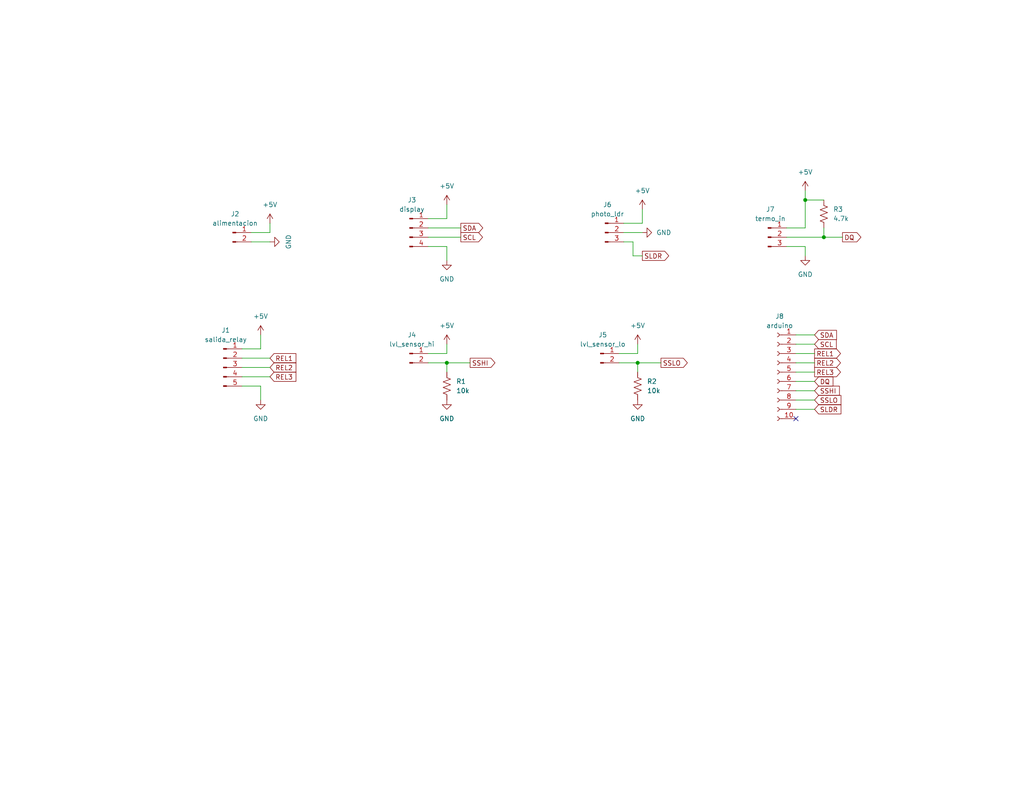
<source format=kicad_sch>
(kicad_sch (version 20211123) (generator eeschema)
  (paper "USLetter")
  (title_block (title "Tarjeta de control pecera") (date "2022-06-04") (rev "0") (company "ITM"))
  (lib_symbols
    (symbol "Connector:Conn_01x02_Male" (pin_names (offset 1.016) hide)
      (property "Reference" "J" (at 0 2.54 0))
      (property "Value" "Conn_01x02_Male" (at 0 -5.08 0))
      (symbol "Conn_01x02_Male_1_1"
        (polyline (pts (xy 1.27 -2.54) (xy 0.8636 -2.54)) (stroke (width 0.1524)))
        (polyline (pts (xy 1.27 0) (xy 0.8636 0)) (stroke (width 0.1524)))
        (rectangle (start 0.8636 -2.413) (end 0 -2.667) (stroke (width 0.1524)) (fill (type outline)))
        (rectangle (start 0.8636 0.127) (end 0 -0.127) (stroke (width 0.1524)) (fill (type outline)))
        (pin passive line (at 5.08 0 180) (length 3.81) (name "Pin_1") (number "1"))
        (pin passive line (at 5.08 -2.54 180) (length 3.81) (name "Pin_2") (number "2"))
      )
    )
    (symbol "Connector:Conn_01x03_Male" (pin_names (offset 1.016) hide)
      (property "Reference" "J" (at 0 5.08 0))
      (property "Value" "Conn_01x03_Male" (at 0 -5.08 0))
      (symbol "Conn_01x03_Male_1_1"
        (polyline (pts (xy 1.27 -2.54) (xy 0.8636 -2.54)) (stroke (width 0.1524)))
        (polyline (pts (xy 1.27 0) (xy 0.8636 0)) (stroke (width 0.1524)))
        (polyline (pts (xy 1.27 2.54) (xy 0.8636 2.54)) (stroke (width 0.1524)))
        (rectangle (start 0.8636 -2.413) (end 0 -2.667) (stroke (width 0.1524)) (fill (type outline)))
        (rectangle (start 0.8636 0.127) (end 0 -0.127) (stroke (width 0.1524)) (fill (type outline)))
        (rectangle (start 0.8636 2.667) (end 0 2.413) (stroke (width 0.1524)) (fill (type outline)))
        (pin passive line (at 5.08 2.54 180) (length 3.81) (name "Pin_1") (number "1"))
        (pin passive line (at 5.08 0 180) (length 3.81) (name "Pin_2") (number "2"))
        (pin passive line (at 5.08 -2.54 180) (length 3.81) (name "Pin_3") (number "3"))
      )
    )
    (symbol "Connector:Conn_01x04_Male" (pin_names (offset 1.016) hide)
      (property "Reference" "J" (at 0 5.08 0))
      (property "Value" "Conn_01x04_Male" (at 0 -7.62 0))
      (symbol "Conn_01x04_Male_1_1"
        (polyline (pts (xy 1.27 -5.08) (xy 0.8636 -5.08)) (stroke (width 0.1524)))
        (polyline (pts (xy 1.27 -2.54) (xy 0.8636 -2.54)) (stroke (width 0.1524)))
        (polyline (pts (xy 1.27 0) (xy 0.8636 0)) (stroke (width 0.1524)))
        (polyline (pts (xy 1.27 2.54) (xy 0.8636 2.54)) (stroke (width 0.1524)))
        (rectangle (start 0.8636 -4.953) (end 0 -5.207) (stroke (width 0.1524)) (fill (type outline)))
        (rectangle (start 0.8636 -2.413) (end 0 -2.667) (stroke (width 0.1524)) (fill (type outline)))
        (rectangle (start 0.8636 0.127) (end 0 -0.127) (stroke (width 0.1524)) (fill (type outline)))
        (rectangle (start 0.8636 2.667) (end 0 2.413) (stroke (width 0.1524)) (fill (type outline)))
        (pin passive line (at 5.08 2.54 180) (length 3.81) (name "Pin_1") (number "1"))
        (pin passive line (at 5.08 0 180) (length 3.81) (name "Pin_2") (number "2"))
        (pin passive line (at 5.08 -2.54 180) (length 3.81) (name "Pin_3") (number "3"))
        (pin passive line (at 5.08 -5.08 180) (length 3.81) (name "Pin_4") (number "4"))
      )
    )
    (symbol "Connector:Conn_01x05_Male" (pin_names (offset 1.016) hide)
      (property "Reference" "J" (at 0 7.62 0))
      (property "Value" "Conn_01x05_Male" (at 0 -7.62 0))
      (symbol "Conn_01x05_Male_1_1"
        (polyline (pts (xy 1.27 -5.08) (xy 0.8636 -5.08)) (stroke (width 0.1524)))
        (polyline (pts (xy 1.27 -2.54) (xy 0.8636 -2.54)) (stroke (width 0.1524)))
        (polyline (pts (xy 1.27 0) (xy 0.8636 0)) (stroke (width 0.1524)))
        (polyline (pts (xy 1.27 2.54) (xy 0.8636 2.54)) (stroke (width 0.1524)))
        (polyline (pts (xy 1.27 5.08) (xy 0.8636 5.08)) (stroke (width 0.1524)))
        (rectangle (start 0.8636 -4.953) (end 0 -5.207) (stroke (width 0.1524)) (fill (type outline)))
        (rectangle (start 0.8636 -2.413) (end 0 -2.667) (stroke (width 0.1524)) (fill (type outline)))
        (rectangle (start 0.8636 0.127) (end 0 -0.127) (stroke (width 0.1524)) (fill (type outline)))
        (rectangle (start 0.8636 2.667) (end 0 2.413) (stroke (width 0.1524)) (fill (type outline)))
        (rectangle (start 0.8636 5.207) (end 0 4.953) (stroke (width 0.1524)) (fill (type outline)))
        (pin passive line (at 5.08 5.08 180) (length 3.81) (name "Pin_1") (number "1"))
        (pin passive line (at 5.08 2.54 180) (length 3.81) (name "Pin_2") (number "2"))
        (pin passive line (at 5.08 0 180) (length 3.81) (name "Pin_3") (number "3"))
        (pin passive line (at 5.08 -2.54 180) (length 3.81) (name "Pin_4") (number "4"))
        (pin passive line (at 5.08 -5.08 180) (length 3.81) (name "Pin_5") (number "5"))
      )
    )
    (symbol "Connector:Conn_01x10_Female" (pin_names (offset 1.016) hide)
      (property "Reference" "J" (at 0 12.7 0))
      (property "Value" "Conn_01x10_Female" (at 0 -15.24 0))
      (symbol "Conn_01x10_Female_1_1"
        (arc (start 0 -12.192) (mid -0.508 -12.7) (end 0 -13.208) (stroke (width 0.1524)))
        (arc (start 0 -9.652) (mid -0.508 -10.16) (end 0 -10.668) (stroke (width 0.1524)))
        (arc (start 0 -7.112) (mid -0.508 -7.62) (end 0 -8.128) (stroke (width 0.1524)))
        (arc (start 0 -4.572) (mid -0.508 -5.08) (end 0 -5.588) (stroke (width 0.1524)))
        (arc (start 0 -2.032) (mid -0.508 -2.54) (end 0 -3.048) (stroke (width 0.1524)))
        (polyline (pts (xy -1.27 -12.7) (xy -0.508 -12.7)) (stroke (width 0.1524)))
        (polyline (pts (xy -1.27 -10.16) (xy -0.508 -10.16)) (stroke (width 0.1524)))
        (polyline (pts (xy -1.27 -7.62) (xy -0.508 -7.62)) (stroke (width 0.1524)))
        (polyline (pts (xy -1.27 -5.08) (xy -0.508 -5.08)) (stroke (width 0.1524)))
        (polyline (pts (xy -1.27 -2.54) (xy -0.508 -2.54)) (stroke (width 0.1524)))
        (polyline (pts (xy -1.27 0) (xy -0.508 0)) (stroke (width 0.1524)))
        (polyline (pts (xy -1.27 2.54) (xy -0.508 2.54)) (stroke (width 0.1524)))
        (polyline (pts (xy -1.27 5.08) (xy -0.508 5.08)) (stroke (width 0.1524)))
        (polyline (pts (xy -1.27 7.62) (xy -0.508 7.62)) (stroke (width 0.1524)))
        (polyline (pts (xy -1.27 10.16) (xy -0.508 10.16)) (stroke (width 0.1524)))
        (arc (start 0 0.508) (mid -0.508 0) (end 0 -0.508) (stroke (width 0.1524)))
        (arc (start 0 3.048) (mid -0.508 2.54) (end 0 2.032) (stroke (width 0.1524)))
        (arc (start 0 5.588) (mid -0.508 5.08) (end 0 4.572) (stroke (width 0.1524)))
        (arc (start 0 8.128) (mid -0.508 7.62) (end 0 7.112) (stroke (width 0.1524)))
        (arc (start 0 10.668) (mid -0.508 10.16) (end 0 9.652) (stroke (width 0.1524)))
        (pin passive line (at -5.08 10.16 0) (length 3.81) (name "Pin_1") (number "1"))
        (pin passive line (at -5.08 -12.7 0) (length 3.81) (name "Pin_10") (number "10"))
        (pin passive line (at -5.08 7.62 0) (length 3.81) (name "Pin_2") (number "2"))
        (pin passive line (at -5.08 5.08 0) (length 3.81) (name "Pin_3") (number "3"))
        (pin passive line (at -5.08 2.54 0) (length 3.81) (name "Pin_4") (number "4"))
        (pin passive line (at -5.08 0 0) (length 3.81) (name "Pin_5") (number "5"))
        (pin passive line (at -5.08 -2.54 0) (length 3.81) (name "Pin_6") (number "6"))
        (pin passive line (at -5.08 -5.08 0) (length 3.81) (name "Pin_7") (number "7"))
        (pin passive line (at -5.08 -7.62 0) (length 3.81) (name "Pin_8") (number "8"))
        (pin passive line (at -5.08 -10.16 0) (length 3.81) (name "Pin_9") (number "9"))
      )
    )
    (symbol "Device:R_US" (pin_numbers hide) (pin_names (offset 0))
      (property "Reference" "R" (at 2.54 0 90))
      (property "Value" "R_US" (at -2.54 0 90))
      (symbol "R_US_0_1"
        (polyline (pts (xy 0 -2.286) (xy 0 -2.54)))
        (polyline (pts (xy 0 2.286) (xy 0 2.54)))
        (polyline (pts (xy 0 -0.762) (xy 1.016 -1.143) (xy 0 -1.524) (xy -1.016 -1.905) (xy 0 -2.286)))
        (polyline (pts (xy 0 0.762) (xy 1.016 0.381) (xy 0 0) (xy -1.016 -0.381) (xy 0 -0.762)))
        (polyline (pts (xy 0 2.286) (xy 1.016 1.905) (xy 0 1.524) (xy -1.016 1.143) (xy 0 0.762)))
      )
      (symbol "R_US_1_1"
        (pin passive line (at 0 3.81 270) (length 1.27) (name "~") (number "1"))
        (pin passive line (at 0 -3.81 90) (length 1.27) (name "~") (number "2"))
      )
    )
    (symbol "power:+5V" (power) (pin_names (offset 0))
      (property "Value" "+5V" (at 0 3.556 0))
      (symbol "+5V_0_1"
        (polyline (pts (xy -0.762 1.27) (xy 0 2.54)))
        (polyline (pts (xy 0 0) (xy 0 2.54)))
        (polyline (pts (xy 0 2.54) (xy 0.762 1.27)))
      )
      (symbol "+5V_1_1"
        (pin power_in line (at 0 0 90) (length 0) hide (name "+5V") (number "1"))
      )
    )
    (symbol "power:GND" (power) (pin_names (offset 0))
      (property "Value" "GND" (at 0 -3.81 0))
      (symbol "GND_0_1"
        (polyline (pts (xy 0 0) (xy 0 -1.27) (xy 1.27 -1.27) (xy 0 -2.54) (xy -1.27 -1.27) (xy 0 -1.27)))
      )
      (symbol "GND_1_1"
        (pin power_in line (at 0 0 270) (length 0) hide (name "GND") (number "1"))
      )
    )
  )
  (junction (at 219.71 54.61))
  (junction (at 173.99 99.06))
  (junction (at 224.79 64.77))
  (junction (at 121.92 99.06))
  (no_connect (at 217.17 114.3))
  (wire (pts (xy 121.92 99.06) (xy 128.27 99.06)))
  (wire (pts (xy 217.17 104.14) (xy 222.25 104.14)))
  (wire (pts (xy 217.17 93.98) (xy 222.25 93.98)))
  (wire (pts (xy 172.72 66.04) (xy 172.72 69.85)))
  (wire (pts (xy 121.92 55.88) (xy 121.92 59.69)))
  (wire (pts (xy 116.84 99.06) (xy 121.92 99.06)))
  (wire (pts (xy 214.63 62.23) (xy 219.71 62.23)))
  (wire (pts (xy 173.99 96.52) (xy 173.99 93.98)))
  (wire (pts (xy 121.92 99.06) (xy 121.92 101.6)))
  (wire (pts (xy 217.17 91.44) (xy 222.25 91.44)))
  (wire (pts (xy 68.58 63.5) (xy 73.66 63.5)))
  (wire (pts (xy 214.63 64.77) (xy 224.79 64.77)))
  (wire (pts (xy 66.04 100.33) (xy 73.66 100.33)))
  (wire (pts (xy 219.71 67.31) (xy 219.71 69.85)))
  (wire (pts (xy 170.18 63.5) (xy 175.26 63.5)))
  (wire (pts (xy 217.17 96.52) (xy 222.25 96.52)))
  (wire (pts (xy 224.79 64.77) (xy 229.87 64.77)))
  (wire (pts (xy 224.79 62.23) (xy 224.79 64.77)))
  (wire (pts (xy 68.58 66.04) (xy 73.66 66.04)))
  (wire (pts (xy 175.26 60.96) (xy 175.26 57.15)))
  (wire (pts (xy 66.04 97.79) (xy 73.66 97.79)))
  (wire (pts (xy 116.84 96.52) (xy 121.92 96.52)))
  (wire (pts (xy 121.92 67.31) (xy 116.84 67.31)))
  (wire (pts (xy 217.17 99.06) (xy 222.25 99.06)))
  (wire (pts (xy 73.66 63.5) (xy 73.66 60.96)))
  (wire (pts (xy 168.91 99.06) (xy 173.99 99.06)))
  (wire (pts (xy 217.17 101.6) (xy 222.25 101.6)))
  (wire (pts (xy 66.04 102.87) (xy 73.66 102.87)))
  (wire (pts (xy 168.91 96.52) (xy 173.99 96.52)))
  (wire (pts (xy 217.17 111.76) (xy 222.25 111.76)))
  (wire (pts (xy 121.92 71.12) (xy 121.92 67.31)))
  (wire (pts (xy 214.63 67.31) (xy 219.71 67.31)))
  (wire (pts (xy 121.92 59.69) (xy 116.84 59.69)))
  (wire (pts (xy 170.18 60.96) (xy 175.26 60.96)))
  (wire (pts (xy 116.84 62.23) (xy 125.73 62.23)))
  (wire (pts (xy 219.71 54.61) (xy 219.71 62.23)))
  (wire (pts (xy 219.71 54.61) (xy 224.79 54.61)))
  (wire (pts (xy 219.71 52.07) (xy 219.71 54.61)))
  (wire (pts (xy 172.72 69.85) (xy 175.26 69.85)))
  (wire (pts (xy 173.99 99.06) (xy 180.34 99.06)))
  (wire (pts (xy 173.99 99.06) (xy 173.99 101.6)))
  (wire (pts (xy 71.12 105.41) (xy 71.12 109.22)))
  (wire (pts (xy 121.92 96.52) (xy 121.92 93.98)))
  (wire (pts (xy 66.04 105.41) (xy 71.12 105.41)))
  (wire (pts (xy 66.04 95.25) (xy 71.12 95.25)))
  (wire (pts (xy 71.12 95.25) (xy 71.12 91.44)))
  (wire (pts (xy 217.17 109.22) (xy 222.25 109.22)))
  (wire (pts (xy 217.17 106.68) (xy 222.25 106.68)))
  (wire (pts (xy 170.18 66.04) (xy 172.72 66.04)))
  (wire (pts (xy 116.84 64.77) (xy 125.73 64.77)))
  (global_label "SDA" (shape input) (at 222.25 91.44 0) (property "Intersheet References" "${INTERSHEET_REFS}" (effects hide)))
  (global_label "REL1" (shape output) (at 222.25 96.52 0) (property "Intersheet References" "${INTERSHEET_REFS}" (effects hide)))
  (global_label "SDA" (shape output) (at 125.73 62.23 0) (property "Intersheet References" "${INTERSHEET_REFS}" (effects hide)))
  (global_label "SSLO" (shape output) (at 180.34 99.06 0) (property "Intersheet References" "${INTERSHEET_REFS}" (effects hide)))
  (global_label "SSLO" (shape input) (at 222.25 109.22 0) (property "Intersheet References" "${INTERSHEET_REFS}" (effects hide)))
  (global_label "SCL" (shape output) (at 125.73 64.77 0) (property "Intersheet References" "${INTERSHEET_REFS}" (effects hide)))
  (global_label "SLDR" (shape output) (at 175.26 69.85 0) (property "Intersheet References" "${INTERSHEET_REFS}" (effects hide)))
  (global_label "REL2" (shape output) (at 222.25 99.06 0) (property "Intersheet References" "${INTERSHEET_REFS}" (effects hide)))
  (global_label "SSHI" (shape output) (at 128.27 99.06 0) (property "Intersheet References" "${INTERSHEET_REFS}" (effects hide)))
  (global_label "DQ" (shape output) (at 229.87 64.77 0) (property "Intersheet References" "${INTERSHEET_REFS}" (effects hide)))
  (global_label "DQ" (shape input) (at 222.25 104.14 0) (property "Intersheet References" "${INTERSHEET_REFS}" (effects hide)))
  (global_label "REL3" (shape output) (at 222.25 101.6 0) (property "Intersheet References" "${INTERSHEET_REFS}" (effects hide)))
  (global_label "REL2" (shape input) (at 73.66 100.33 0) (property "Intersheet References" "${INTERSHEET_REFS}" (effects hide)))
  (global_label "SCL" (shape input) (at 222.25 93.98 0) (property "Intersheet References" "${INTERSHEET_REFS}" (effects hide)))
  (global_label "REL3" (shape input) (at 73.66 102.87 0) (property "Intersheet References" "${INTERSHEET_REFS}" (effects hide)))
  (global_label "SLDR" (shape input) (at 222.25 111.76 0) (property "Intersheet References" "${INTERSHEET_REFS}" (effects hide)))
  (global_label "SSHI" (shape input) (at 222.25 106.68 0) (property "Intersheet References" "${INTERSHEET_REFS}" (effects hide)))
  (global_label "REL1" (shape input) (at 73.66 97.79 0) (property "Intersheet References" "${INTERSHEET_REFS}" (effects hide)))
  (symbol (lib_id "power:+5V") (at 219.71 52.07 0) (unit 1)
    (property "Reference" "#PWR013" (effects hide))
    (property "Value" "+5V" (at 219.71 46.99 0))
  )
  (symbol (lib_id "Connector:Conn_01x03_Male") (at 209.55 64.77 0) (unit 1)
    (property "Reference" "J7" (at 210.185 57.15 0))
    (property "Value" "termo_in" (at 210.185 59.69 0))
    (property "Footprint" "Connector_PinHeader_2.54mm:PinHeader_1x03_P2.54mm_Vertical" (effects hide))
  )
  (symbol (lib_id "Connector:Conn_01x10_Female") (at 212.09 101.6 0) (mirror y) (unit 1)
    (property "Reference" "J8" (at 212.725 86.36 0))
    (property "Value" "arduino" (at 212.725 88.9 0))
    (property "Footprint" "Connector_PinSocket_2.54mm:PinSocket_1x10_P2.54mm_Vertical" (effects hide))
  )
  (symbol (lib_id "Connector:Conn_01x02_Male") (at 163.83 96.52 0) (unit 1)
    (property "Reference" "J5" (at 164.465 91.44 0))
    (property "Value" "lvl_sensor_lo" (at 164.465 93.98 0))
    (property "Footprint" "Connector_PinHeader_2.54mm:PinHeader_1x02_P2.54mm_Vertical" (effects hide))
  )
  (symbol (lib_id "power:+5V") (at 121.92 55.88 0) (unit 1)
    (property "Reference" "#PWR05" (effects hide))
    (property "Value" "+5V" (at 121.92 50.8 0))
  )
  (symbol (lib_id "Connector:Conn_01x03_Male") (at 165.1 63.5 0) (unit 1)
    (property "Reference" "J6" (at 165.735 55.88 0))
    (property "Value" "photo_ldr" (at 165.735 58.42 0))
    (property "Footprint" "Connector_PinHeader_2.54mm:PinHeader_1x03_P2.54mm_Vertical" (effects hide))
  )
  (symbol (lib_id "power:+5V") (at 121.92 93.98 0) (unit 1)
    (property "Reference" "#PWR07" (effects hide))
    (property "Value" "+5V" (at 121.92 88.9 0))
  )
  (symbol (lib_id "power:+5V") (at 73.66 60.96 0) (unit 1)
    (property "Reference" "#PWR03" (effects hide))
    (property "Value" "+5V" (at 73.66 55.88 0))
  )
  (symbol (lib_id "Connector:Conn_01x05_Male") (at 60.96 100.33 0) (unit 1)
    (property "Reference" "J1" (at 61.595 90.17 0))
    (property "Value" "salida_relay" (at 61.595 92.71 0))
    (property "Footprint" "Connector_PinHeader_2.54mm:PinHeader_1x05_P2.54mm_Vertical" (effects hide))
  )
  (symbol (lib_id "power:GND") (at 173.99 109.22 0) (unit 1)
    (property "Reference" "#PWR010" (effects hide))
    (property "Value" "GND" (at 173.99 114.3 0))
  )
  (symbol (lib_id "Connector:Conn_01x02_Male") (at 63.5 63.5 0) (unit 1)
    (property "Reference" "J2" (at 64.135 58.42 0))
    (property "Value" "alimentacion" (at 64.135 60.96 0))
    (property "Footprint" "Connector_PinHeader_2.54mm:PinHeader_1x02_P2.54mm_Vertical" (effects hide))
  )
  (symbol (lib_id "Device:R_US") (at 121.92 105.41 0) (unit 1)
    (property "Reference" "R1" (at 124.46 104.1399 0) (effects (justify left)))
    (property "Value" "10k" (at 124.46 106.6799 0) (effects (justify left)))
    (property "Footprint" "Resistor_THT:R_Axial_DIN0204_L3.6mm_D1.6mm_P5.08mm_Horizontal" (effects hide))
  )
  (symbol (lib_id "power:+5V") (at 175.26 57.15 0) (unit 1)
    (property "Reference" "#PWR011" (effects hide))
    (property "Value" "+5V" (at 175.26 52.07 0))
  )
  (symbol (lib_id "power:GND") (at 71.12 109.22 0) (unit 1)
    (property "Reference" "#PWR02" (effects hide))
    (property "Value" "GND" (at 71.12 114.3 0))
  )
  (symbol (lib_id "Connector:Conn_01x04_Male") (at 111.76 62.23 0) (unit 1)
    (property "Reference" "J3" (at 112.395 54.61 0))
    (property "Value" "display" (at 112.395 57.15 0))
    (property "Footprint" "Connector_PinHeader_2.54mm:PinHeader_1x04_P2.54mm_Vertical" (effects hide))
  )
  (symbol (lib_id "power:GND") (at 219.71 69.85 0) (unit 1)
    (property "Reference" "#PWR014" (effects hide))
    (property "Value" "GND" (at 219.71 74.93 0))
  )
  (symbol (lib_id "power:GND") (at 73.66 66.04 90) (unit 1)
    (property "Reference" "#PWR04" (effects hide))
    (property "Value" "GND" (at 78.74 66.04 0))
  )
  (symbol (lib_id "power:GND") (at 121.92 71.12 0) (unit 1)
    (property "Reference" "#PWR06" (effects hide))
    (property "Value" "GND" (at 121.92 76.2 0))
  )
  (symbol (lib_id "power:GND") (at 175.26 63.5 90) (unit 1)
    (property "Reference" "#PWR012" (effects hide))
    (property "Value" "GND" (at 179.07 63.4999 90) (effects (justify right)))
  )
  (symbol (lib_id "Connector:Conn_01x02_Male") (at 111.76 96.52 0) (unit 1)
    (property "Reference" "J4" (at 112.395 91.44 0))
    (property "Value" "lvl_sensor_hi" (at 112.395 93.98 0))
    (property "Footprint" "Connector_PinHeader_2.54mm:PinHeader_1x02_P2.54mm_Vertical" (effects hide))
  )
  (symbol (lib_id "Device:R_US") (at 224.79 58.42 0) (unit 1)
    (property "Reference" "R3" (at 227.33 57.1499 0) (effects (justify left)))
    (property "Value" "4.7k" (at 227.33 59.6899 0) (effects (justify left)))
    (property "Footprint" "Resistor_THT:R_Axial_DIN0204_L3.6mm_D1.6mm_P5.08mm_Horizontal" (effects hide))
  )
  (symbol (lib_id "power:+5V") (at 173.99 93.98 0) (unit 1)
    (property "Reference" "#PWR09" (effects hide))
    (property "Value" "+5V" (at 173.99 88.9 0))
  )
  (symbol (lib_id "Device:R_US") (at 173.99 105.41 0) (unit 1)
    (property "Reference" "R2" (at 176.53 104.1399 0) (effects (justify left)))
    (property "Value" "10k" (at 176.53 106.6799 0) (effects (justify left)))
    (property "Footprint" "Resistor_THT:R_Axial_DIN0204_L3.6mm_D1.6mm_P5.08mm_Horizontal" (effects hide))
  )
  (symbol (lib_id "power:+5V") (at 71.12 91.44 0) (unit 1)
    (property "Reference" "#PWR01" (effects hide))
    (property "Value" "+5V" (at 71.12 86.36 0))
  )
  (symbol (lib_id "power:GND") (at 121.92 109.22 0) (unit 1)
    (property "Reference" "#PWR08" (effects hide))
    (property "Value" "GND" (at 121.92 114.3 0))
  )
)
</source>
